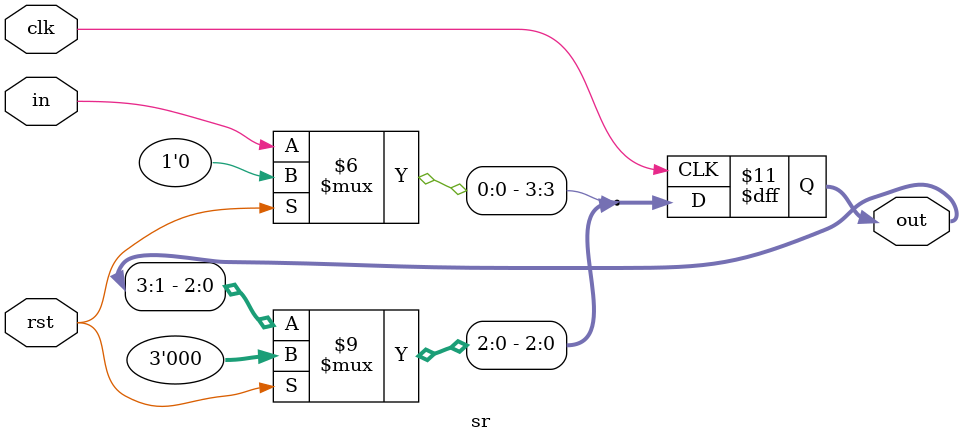
<source format=v>
`timescale 1ns / 1ps

module sr(clk, rst, in, out);

    input clk, rst, in;
    output[3:0] out;
    reg[3:0] out;
    
    initial out = 4'b0000;
    
    always @(posedge clk) begin
        if(rst == 1'b1)
            out <= 4'b0000;
        else begin
            out = out >> 1;
            out[3] = in;
        end
    end
    
endmodule
</source>
